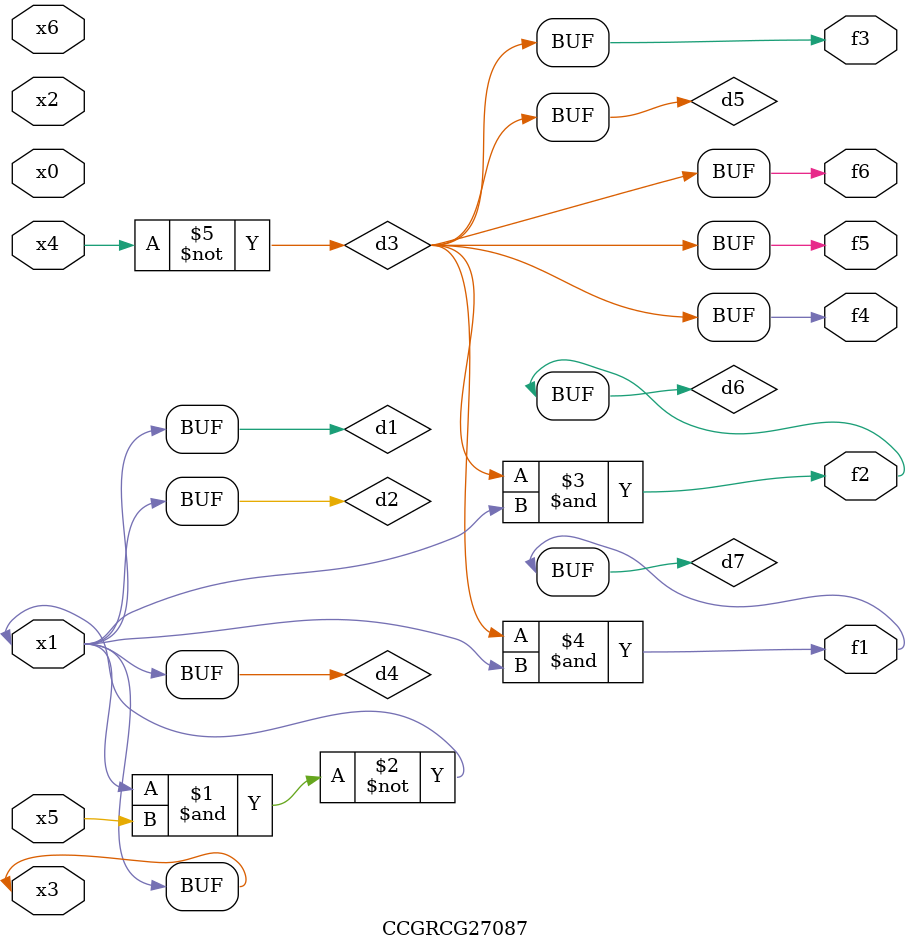
<source format=v>
module CCGRCG27087(
	input x0, x1, x2, x3, x4, x5, x6,
	output f1, f2, f3, f4, f5, f6
);

	wire d1, d2, d3, d4, d5, d6, d7;

	buf (d1, x1, x3);
	nand (d2, x1, x5);
	not (d3, x4);
	buf (d4, d1, d2);
	buf (d5, d3);
	and (d6, d3, d4);
	and (d7, d3, d4);
	assign f1 = d7;
	assign f2 = d6;
	assign f3 = d5;
	assign f4 = d5;
	assign f5 = d5;
	assign f6 = d5;
endmodule

</source>
